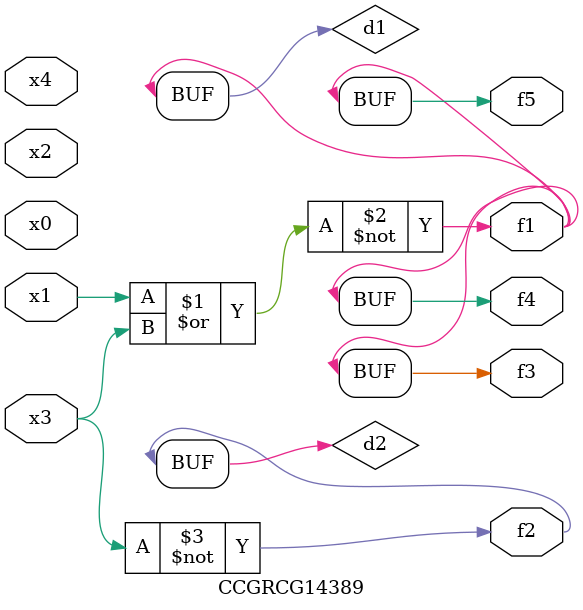
<source format=v>
module CCGRCG14389(
	input x0, x1, x2, x3, x4,
	output f1, f2, f3, f4, f5
);

	wire d1, d2;

	nor (d1, x1, x3);
	not (d2, x3);
	assign f1 = d1;
	assign f2 = d2;
	assign f3 = d1;
	assign f4 = d1;
	assign f5 = d1;
endmodule

</source>
